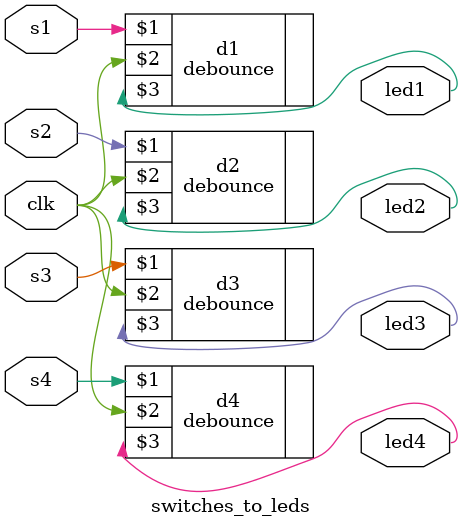
<source format=v>
module switches_to_leds(input clk,
    input s1, s2, s3, s4,
    output led1, led2, led3, led4);

    debounce d1(s1, clk, led1);
    debounce d2(s2, clk, led2);
    debounce d3(s3, clk, led3);
    debounce d4(s4, clk, led4);

endmodule

</source>
